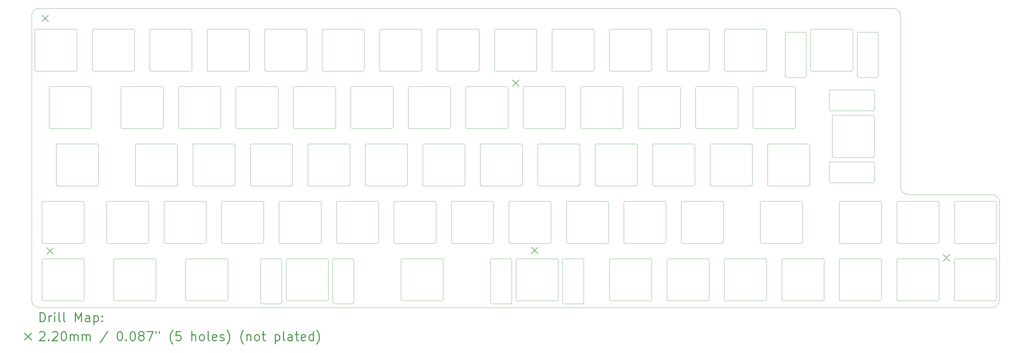
<source format=gbr>
%FSLAX45Y45*%
G04 Gerber Fmt 4.5, Leading zero omitted, Abs format (unit mm)*
G04 Created by KiCad (PCBNEW (5.1.9)-1) date 2021-05-27 03:06:25*
%MOMM*%
%LPD*%
G01*
G04 APERTURE LIST*
%TA.AperFunction,Profile*%
%ADD10C,0.100000*%
%TD*%
%ADD11C,0.200000*%
%ADD12C,0.300000*%
G04 APERTURE END LIST*
D10*
X35002500Y-9765000D02*
G75*
G02*
X35252500Y-10015000I0J-250000D01*
G01*
X35252500Y-15695000D02*
X35252500Y-10015000D01*
X35502500Y-15945000D02*
G75*
G02*
X35252500Y-15695000I0J250000D01*
G01*
X38280000Y-15945000D02*
X35502500Y-15945000D01*
X38280000Y-15945000D02*
G75*
G02*
X38530000Y-16195000I0J-250000D01*
G01*
X38431250Y-18120000D02*
X38431250Y-19420000D01*
X35126250Y-18120000D02*
G75*
G02*
X35176250Y-18070000I50000J0D01*
G01*
X36526250Y-19420000D02*
G75*
G02*
X36476250Y-19470000I-50000J0D01*
G01*
X35176250Y-18070000D02*
X36476250Y-18070000D01*
X33221250Y-18120000D02*
G75*
G02*
X33271250Y-18070000I50000J0D01*
G01*
X34621250Y-19420000D02*
G75*
G02*
X34571250Y-19470000I-50000J0D01*
G01*
X38381250Y-18070000D02*
G75*
G02*
X38431250Y-18120000I0J-50000D01*
G01*
X37031250Y-18120000D02*
G75*
G02*
X37081250Y-18070000I50000J0D01*
G01*
X34621250Y-18120000D02*
X34621250Y-19420000D01*
X35176250Y-19470000D02*
X36476250Y-19470000D01*
X38431250Y-19420000D02*
G75*
G02*
X38381250Y-19470000I-50000J0D01*
G01*
X36476250Y-18070000D02*
G75*
G02*
X36526250Y-18120000I0J-50000D01*
G01*
X36526250Y-18120000D02*
X36526250Y-19420000D01*
X35126250Y-18120000D02*
X35126250Y-19420000D01*
X37081250Y-18070000D02*
X38381250Y-18070000D01*
X37081250Y-19470000D02*
G75*
G02*
X37031250Y-19420000I0J50000D01*
G01*
X37031250Y-18120000D02*
X37031250Y-19420000D01*
X35176250Y-19470000D02*
G75*
G02*
X35126250Y-19420000I0J50000D01*
G01*
X34571250Y-18070000D02*
G75*
G02*
X34621250Y-18120000I0J-50000D01*
G01*
X37081250Y-19470000D02*
X38381250Y-19470000D01*
X33271250Y-19470000D02*
G75*
G02*
X33221250Y-19420000I0J50000D01*
G01*
X10520625Y-18070000D02*
G75*
G02*
X10570625Y-18120000I0J-50000D01*
G01*
X11551875Y-18120000D02*
G75*
G02*
X11601875Y-18070000I50000J0D01*
G01*
X9170625Y-18120000D02*
G75*
G02*
X9220625Y-18070000I50000J0D01*
G01*
X6789375Y-18120000D02*
X6789375Y-19420000D01*
X6839375Y-19470000D02*
X8139375Y-19470000D01*
X6789375Y-18120000D02*
G75*
G02*
X6839375Y-18070000I50000J0D01*
G01*
X10570625Y-19420000D02*
G75*
G02*
X10520625Y-19470000I-50000J0D01*
G01*
X11601875Y-19470000D02*
X12901875Y-19470000D01*
X37031250Y-16215000D02*
G75*
G02*
X37081250Y-16165000I50000J0D01*
G01*
X11601875Y-18070000D02*
X12901875Y-18070000D01*
X8139375Y-18070000D02*
G75*
G02*
X8189375Y-18120000I0J-50000D01*
G01*
X37081250Y-17565000D02*
G75*
G02*
X37031250Y-17515000I0J50000D01*
G01*
X12951875Y-18120000D02*
X12951875Y-19420000D01*
X11551875Y-18120000D02*
X11551875Y-19420000D01*
X9220625Y-19470000D02*
X10520625Y-19470000D01*
X9220625Y-19470000D02*
G75*
G02*
X9170625Y-19420000I0J50000D01*
G01*
X10570625Y-18120000D02*
X10570625Y-19420000D01*
X9220625Y-18070000D02*
X10520625Y-18070000D01*
X8189375Y-19420000D02*
G75*
G02*
X8139375Y-19470000I-50000J0D01*
G01*
X6839375Y-19470000D02*
G75*
G02*
X6789375Y-19420000I0J50000D01*
G01*
X6839375Y-18070000D02*
X8139375Y-18070000D01*
X8189375Y-18120000D02*
X8189375Y-19420000D01*
X38431250Y-16215000D02*
X38431250Y-17515000D01*
X11601875Y-19470000D02*
G75*
G02*
X11551875Y-19420000I0J50000D01*
G01*
X9170625Y-18120000D02*
X9170625Y-19420000D01*
X12901875Y-18070000D02*
G75*
G02*
X12951875Y-18120000I0J-50000D01*
G01*
X38431250Y-17515000D02*
G75*
G02*
X38381250Y-17565000I-50000J0D01*
G01*
X38381250Y-16165000D02*
G75*
G02*
X38431250Y-16215000I0J-50000D01*
G01*
X26077500Y-16215000D02*
G75*
G02*
X26127500Y-16165000I50000J0D01*
G01*
X29332500Y-16165000D02*
G75*
G02*
X29382500Y-16215000I0J-50000D01*
G01*
X27477500Y-16215000D02*
X27477500Y-17515000D01*
X33271250Y-17565000D02*
G75*
G02*
X33221250Y-17515000I0J50000D01*
G01*
X34571250Y-16165000D02*
G75*
G02*
X34621250Y-16215000I0J-50000D01*
G01*
X30601875Y-16215000D02*
G75*
G02*
X30651875Y-16165000I50000J0D01*
G01*
X28032500Y-17565000D02*
X29332500Y-17565000D01*
X28032500Y-16165000D02*
X29332500Y-16165000D01*
X34621250Y-16215000D02*
X34621250Y-17515000D01*
X21762500Y-16215000D02*
X21762500Y-17515000D01*
X33271250Y-17565000D02*
X34571250Y-17565000D01*
X23667500Y-16215000D02*
X23667500Y-17515000D01*
X32001875Y-16215000D02*
X32001875Y-17515000D01*
X27982500Y-16215000D02*
X27982500Y-17515000D01*
X27427500Y-16165000D02*
G75*
G02*
X27477500Y-16215000I0J-50000D01*
G01*
X21712500Y-16165000D02*
G75*
G02*
X21762500Y-16215000I0J-50000D01*
G01*
X29382500Y-17515000D02*
G75*
G02*
X29332500Y-17565000I-50000J0D01*
G01*
X24172500Y-16215000D02*
G75*
G02*
X24222500Y-16165000I50000J0D01*
G01*
X20362500Y-16215000D02*
G75*
G02*
X20412500Y-16165000I50000J0D01*
G01*
X25572500Y-16215000D02*
X25572500Y-17515000D01*
X22317500Y-17565000D02*
G75*
G02*
X22267500Y-17515000I0J50000D01*
G01*
X35176250Y-17565000D02*
X36476250Y-17565000D01*
X26127500Y-16165000D02*
X27427500Y-16165000D01*
X21762500Y-17515000D02*
G75*
G02*
X21712500Y-17565000I-50000J0D01*
G01*
X36526250Y-16215000D02*
X36526250Y-17515000D01*
X30601875Y-16215000D02*
X30601875Y-17515000D01*
X35126250Y-16215000D02*
X35126250Y-17515000D01*
X25522500Y-16165000D02*
G75*
G02*
X25572500Y-16215000I0J-50000D01*
G01*
X29382500Y-16215000D02*
X29382500Y-17515000D01*
X27477500Y-17515000D02*
G75*
G02*
X27427500Y-17565000I-50000J0D01*
G01*
X26077500Y-16215000D02*
X26077500Y-17515000D01*
X25572500Y-17515000D02*
G75*
G02*
X25522500Y-17565000I-50000J0D01*
G01*
X24172500Y-16215000D02*
X24172500Y-17515000D01*
X26127500Y-17565000D02*
X27427500Y-17565000D01*
X32001875Y-17515000D02*
G75*
G02*
X31951875Y-17565000I-50000J0D01*
G01*
X20412500Y-17565000D02*
G75*
G02*
X20362500Y-17515000I0J50000D01*
G01*
X24222500Y-17565000D02*
G75*
G02*
X24172500Y-17515000I0J50000D01*
G01*
X37031250Y-16215000D02*
X37031250Y-17515000D01*
X37081250Y-17565000D02*
X38381250Y-17565000D01*
X37081250Y-16165000D02*
X38381250Y-16165000D01*
X36526250Y-17515000D02*
G75*
G02*
X36476250Y-17565000I-50000J0D01*
G01*
X35176250Y-17565000D02*
G75*
G02*
X35126250Y-17515000I0J50000D01*
G01*
X30651875Y-17565000D02*
G75*
G02*
X30601875Y-17515000I0J50000D01*
G01*
X33221250Y-16215000D02*
X33221250Y-17515000D01*
X27982500Y-16215000D02*
G75*
G02*
X28032500Y-16165000I50000J0D01*
G01*
X36476250Y-16165000D02*
G75*
G02*
X36526250Y-16215000I0J-50000D01*
G01*
X24222500Y-17565000D02*
X25522500Y-17565000D01*
X26127500Y-17565000D02*
G75*
G02*
X26077500Y-17515000I0J50000D01*
G01*
X22267500Y-16215000D02*
X22267500Y-17515000D01*
X35126250Y-16215000D02*
G75*
G02*
X35176250Y-16165000I50000J0D01*
G01*
X24222500Y-16165000D02*
X25522500Y-16165000D01*
X28032500Y-17565000D02*
G75*
G02*
X27982500Y-17515000I0J50000D01*
G01*
X22317500Y-16165000D02*
X23617500Y-16165000D01*
X35176250Y-16165000D02*
X36476250Y-16165000D01*
X33271250Y-16165000D02*
X34571250Y-16165000D01*
X31951875Y-16165000D02*
G75*
G02*
X32001875Y-16215000I0J-50000D01*
G01*
X22267500Y-16215000D02*
G75*
G02*
X22317500Y-16165000I50000J0D01*
G01*
X30651875Y-16165000D02*
X31951875Y-16165000D01*
X22317500Y-17565000D02*
X23617500Y-17565000D01*
X23667500Y-17515000D02*
G75*
G02*
X23617500Y-17565000I-50000J0D01*
G01*
X34621250Y-17515000D02*
G75*
G02*
X34571250Y-17565000I-50000J0D01*
G01*
X33221250Y-16215000D02*
G75*
G02*
X33271250Y-16165000I50000J0D01*
G01*
X30651875Y-17565000D02*
X31951875Y-17565000D01*
X23617500Y-16165000D02*
G75*
G02*
X23667500Y-16215000I0J-50000D01*
G01*
X10808750Y-12405000D02*
X10808750Y-13705000D01*
X9408750Y-12405000D02*
X9408750Y-13705000D01*
X7027500Y-12405000D02*
X7027500Y-13705000D01*
X7077500Y-12355000D02*
X8377500Y-12355000D01*
X8427500Y-13705000D02*
G75*
G02*
X8377500Y-13755000I-50000J0D01*
G01*
X7077500Y-13755000D02*
G75*
G02*
X7027500Y-13705000I0J50000D01*
G01*
X8377500Y-12355000D02*
G75*
G02*
X8427500Y-12405000I0J-50000D01*
G01*
X7027500Y-12405000D02*
G75*
G02*
X7077500Y-12355000I50000J0D01*
G01*
X32124950Y-12000000D02*
G75*
G02*
X32074950Y-12050000I-50000J0D01*
G01*
X31474950Y-12050000D02*
X32074950Y-12050000D01*
X31474950Y-10550000D02*
X32074950Y-10550000D01*
X31424950Y-10600000D02*
G75*
G02*
X31474950Y-10550000I50000J0D01*
G01*
X9458750Y-12355000D02*
X10758750Y-12355000D01*
X8427500Y-12405000D02*
X8427500Y-13705000D01*
X31424950Y-10600000D02*
X31424950Y-12000000D01*
X32124950Y-10600000D02*
X32124950Y-12000000D01*
X9458750Y-13755000D02*
G75*
G02*
X9408750Y-13705000I0J50000D01*
G01*
X32074950Y-10550000D02*
G75*
G02*
X32124950Y-10600000I0J-50000D01*
G01*
X7077500Y-13755000D02*
X8377500Y-13755000D01*
X9458750Y-13755000D02*
X10758750Y-13755000D01*
X10758750Y-12355000D02*
G75*
G02*
X10808750Y-12405000I0J-50000D01*
G01*
X31474950Y-12050000D02*
G75*
G02*
X31424950Y-12000000I0J50000D01*
G01*
X9408750Y-12405000D02*
G75*
G02*
X9458750Y-12355000I50000J0D01*
G01*
X12266250Y-10500000D02*
X12266250Y-11800000D01*
X11761250Y-11800000D02*
G75*
G02*
X11711250Y-11850000I-50000J0D01*
G01*
X10411250Y-10450000D02*
X11711250Y-10450000D01*
X6601250Y-11850000D02*
G75*
G02*
X6551250Y-11800000I0J50000D01*
G01*
X11761250Y-10500000D02*
X11761250Y-11800000D01*
X13666250Y-10500000D02*
X13666250Y-11800000D01*
X10411250Y-11850000D02*
G75*
G02*
X10361250Y-11800000I0J50000D01*
G01*
X8456250Y-10500000D02*
X8456250Y-11800000D01*
X11711250Y-10450000D02*
G75*
G02*
X11761250Y-10500000I0J-50000D01*
G01*
X8456250Y-10500000D02*
G75*
G02*
X8506250Y-10450000I50000J0D01*
G01*
X8506250Y-11850000D02*
X9806250Y-11850000D01*
X7901250Y-10450000D02*
G75*
G02*
X7951250Y-10500000I0J-50000D01*
G01*
X7951250Y-11800000D02*
G75*
G02*
X7901250Y-11850000I-50000J0D01*
G01*
X12316250Y-11850000D02*
X13616250Y-11850000D01*
X12316250Y-10450000D02*
X13616250Y-10450000D01*
X9856250Y-11800000D02*
G75*
G02*
X9806250Y-11850000I-50000J0D01*
G01*
X10361250Y-10500000D02*
G75*
G02*
X10411250Y-10450000I50000J0D01*
G01*
X10411250Y-11850000D02*
X11711250Y-11850000D01*
X8506250Y-11850000D02*
G75*
G02*
X8456250Y-11800000I0J50000D01*
G01*
X8506250Y-10450000D02*
X9806250Y-10450000D01*
X10361250Y-10500000D02*
X10361250Y-11800000D01*
X9806250Y-10450000D02*
G75*
G02*
X9856250Y-10500000I0J-50000D01*
G01*
X9856250Y-10500000D02*
X9856250Y-11800000D01*
X16479425Y-19570000D02*
G75*
G02*
X16429425Y-19520000I0J50000D01*
G01*
X16429425Y-18120000D02*
G75*
G02*
X16479425Y-18070000I50000J0D01*
G01*
X16235625Y-18070000D02*
G75*
G02*
X16285625Y-18120000I0J-50000D01*
G01*
X16479425Y-18070000D02*
X17079425Y-18070000D01*
X14935625Y-19470000D02*
X16235625Y-19470000D01*
X14935625Y-18070000D02*
X16235625Y-18070000D01*
X17079425Y-18070000D02*
G75*
G02*
X17129425Y-18120000I0J-50000D01*
G01*
X14086825Y-18070000D02*
X14686825Y-18070000D01*
X14885625Y-18120000D02*
X14885625Y-19420000D01*
X17129425Y-19520000D02*
G75*
G02*
X17079425Y-19570000I-50000J0D01*
G01*
X14935625Y-19470000D02*
G75*
G02*
X14885625Y-19420000I0J50000D01*
G01*
X14885625Y-18120000D02*
G75*
G02*
X14935625Y-18070000I50000J0D01*
G01*
X16285625Y-18120000D02*
X16285625Y-19420000D01*
X16479425Y-19570000D02*
X17079425Y-19570000D01*
X18695625Y-18120000D02*
X18695625Y-19420000D01*
X18745625Y-18070000D02*
X20045625Y-18070000D01*
X18745625Y-19470000D02*
X20045625Y-19470000D01*
X14736825Y-19520000D02*
G75*
G02*
X14686825Y-19570000I-50000J0D01*
G01*
X14736825Y-18120000D02*
X14736825Y-19520000D01*
X14086825Y-19570000D02*
X14686825Y-19570000D01*
X17129425Y-18120000D02*
X17129425Y-19520000D01*
X14686825Y-18070000D02*
G75*
G02*
X14736825Y-18120000I0J-50000D01*
G01*
X16285625Y-19420000D02*
G75*
G02*
X16235625Y-19470000I-50000J0D01*
G01*
X14036825Y-18120000D02*
X14036825Y-19520000D01*
X14086825Y-19570000D02*
G75*
G02*
X14036825Y-19520000I0J50000D01*
G01*
X14036825Y-18120000D02*
G75*
G02*
X14086825Y-18070000I50000J0D01*
G01*
X16429425Y-18120000D02*
X16429425Y-19520000D01*
X12951875Y-19420000D02*
G75*
G02*
X12901875Y-19470000I-50000J0D01*
G01*
X32716250Y-18120000D02*
X32716250Y-19420000D01*
X31366250Y-18070000D02*
X32666250Y-18070000D01*
X24744425Y-19520000D02*
G75*
G02*
X24694425Y-19570000I-50000J0D01*
G01*
X22505625Y-18120000D02*
G75*
G02*
X22555625Y-18070000I50000J0D01*
G01*
X22356825Y-19520000D02*
G75*
G02*
X22306825Y-19570000I-50000J0D01*
G01*
X29411250Y-18120000D02*
G75*
G02*
X29461250Y-18070000I50000J0D01*
G01*
X21656825Y-18120000D02*
X21656825Y-19520000D01*
X24744425Y-18120000D02*
X24744425Y-19520000D01*
X30811250Y-18120000D02*
X30811250Y-19420000D01*
X27556250Y-18070000D02*
X28856250Y-18070000D01*
X29461250Y-19470000D02*
X30761250Y-19470000D01*
X29461250Y-18070000D02*
X30761250Y-18070000D01*
X28856250Y-18070000D02*
G75*
G02*
X28906250Y-18120000I0J-50000D01*
G01*
X28906250Y-18120000D02*
X28906250Y-19420000D01*
X26951250Y-18070000D02*
G75*
G02*
X27001250Y-18120000I0J-50000D01*
G01*
X25601250Y-18120000D02*
G75*
G02*
X25651250Y-18070000I50000J0D01*
G01*
X27001250Y-18120000D02*
X27001250Y-19420000D01*
X25651250Y-19470000D02*
X26951250Y-19470000D01*
X24094425Y-18070000D02*
X24694425Y-18070000D01*
X20045625Y-18070000D02*
G75*
G02*
X20095625Y-18120000I0J-50000D01*
G01*
X18695625Y-18120000D02*
G75*
G02*
X18745625Y-18070000I50000J0D01*
G01*
X25651250Y-18070000D02*
X26951250Y-18070000D01*
X22306825Y-18070000D02*
G75*
G02*
X22356825Y-18120000I0J-50000D01*
G01*
X21656825Y-18120000D02*
G75*
G02*
X21706825Y-18070000I50000J0D01*
G01*
X21706825Y-18070000D02*
X22306825Y-18070000D01*
X22356825Y-18120000D02*
X22356825Y-19520000D01*
X21706825Y-19570000D02*
X22306825Y-19570000D01*
X18745625Y-19470000D02*
G75*
G02*
X18695625Y-19420000I0J50000D01*
G01*
X24044425Y-18120000D02*
G75*
G02*
X24094425Y-18070000I50000J0D01*
G01*
X24094425Y-19570000D02*
G75*
G02*
X24044425Y-19520000I0J50000D01*
G01*
X25601250Y-18120000D02*
X25601250Y-19420000D01*
X22555625Y-18070000D02*
X23855625Y-18070000D01*
X20095625Y-18120000D02*
X20095625Y-19420000D01*
X21706825Y-19570000D02*
G75*
G02*
X21656825Y-19520000I0J50000D01*
G01*
X24094425Y-19570000D02*
X24694425Y-19570000D01*
X27001250Y-19420000D02*
G75*
G02*
X26951250Y-19470000I-50000J0D01*
G01*
X20095625Y-19420000D02*
G75*
G02*
X20045625Y-19470000I-50000J0D01*
G01*
X33221250Y-18120000D02*
X33221250Y-19420000D01*
X33271250Y-19470000D02*
X34571250Y-19470000D01*
X22505625Y-18120000D02*
X22505625Y-19420000D01*
X33271250Y-18070000D02*
X34571250Y-18070000D01*
X32716250Y-19420000D02*
G75*
G02*
X32666250Y-19470000I-50000J0D01*
G01*
X31366250Y-19470000D02*
G75*
G02*
X31316250Y-19420000I0J50000D01*
G01*
X24044425Y-18120000D02*
X24044425Y-19520000D01*
X32666250Y-18070000D02*
G75*
G02*
X32716250Y-18120000I0J-50000D01*
G01*
X31316250Y-18120000D02*
X31316250Y-19420000D01*
X30811250Y-19420000D02*
G75*
G02*
X30761250Y-19470000I-50000J0D01*
G01*
X23905625Y-18120000D02*
X23905625Y-19420000D01*
X29461250Y-19470000D02*
G75*
G02*
X29411250Y-19420000I0J50000D01*
G01*
X30761250Y-18070000D02*
G75*
G02*
X30811250Y-18120000I0J-50000D01*
G01*
X28906250Y-19420000D02*
G75*
G02*
X28856250Y-19470000I-50000J0D01*
G01*
X27506250Y-18120000D02*
X27506250Y-19420000D01*
X24694425Y-18070000D02*
G75*
G02*
X24744425Y-18120000I0J-50000D01*
G01*
X29411250Y-18120000D02*
X29411250Y-19420000D01*
X25651250Y-19470000D02*
G75*
G02*
X25601250Y-19420000I0J50000D01*
G01*
X23855625Y-18070000D02*
G75*
G02*
X23905625Y-18120000I0J-50000D01*
G01*
X22555625Y-19470000D02*
X23855625Y-19470000D01*
X31366250Y-19470000D02*
X32666250Y-19470000D01*
X22555625Y-19470000D02*
G75*
G02*
X22505625Y-19420000I0J50000D01*
G01*
X27556250Y-19470000D02*
X28856250Y-19470000D01*
X23905625Y-19420000D02*
G75*
G02*
X23855625Y-19470000I-50000J0D01*
G01*
X31316250Y-18120000D02*
G75*
G02*
X31366250Y-18070000I50000J0D01*
G01*
X27556250Y-19470000D02*
G75*
G02*
X27506250Y-19420000I0J50000D01*
G01*
X27506250Y-18120000D02*
G75*
G02*
X27556250Y-18070000I50000J0D01*
G01*
X20888750Y-12355000D02*
X22188750Y-12355000D01*
X20333750Y-13705000D02*
G75*
G02*
X20283750Y-13755000I-50000J0D01*
G01*
X15123750Y-12405000D02*
G75*
G02*
X15173750Y-12355000I50000J0D01*
G01*
X11363750Y-13755000D02*
G75*
G02*
X11313750Y-13705000I0J50000D01*
G01*
X18933750Y-12405000D02*
X18933750Y-13705000D01*
X18428750Y-12405000D02*
X18428750Y-13705000D01*
X18983750Y-13755000D02*
G75*
G02*
X18933750Y-13705000I0J50000D01*
G01*
X20283750Y-12355000D02*
G75*
G02*
X20333750Y-12405000I0J-50000D01*
G01*
X11313750Y-12405000D02*
G75*
G02*
X11363750Y-12355000I50000J0D01*
G01*
X18933750Y-12405000D02*
G75*
G02*
X18983750Y-12355000I50000J0D01*
G01*
X13268750Y-12355000D02*
X14568750Y-12355000D01*
X20333750Y-12405000D02*
X20333750Y-13705000D01*
X18983750Y-13755000D02*
X20283750Y-13755000D01*
X17078750Y-12355000D02*
X18378750Y-12355000D01*
X14568750Y-12355000D02*
G75*
G02*
X14618750Y-12405000I0J-50000D01*
G01*
X13218750Y-12405000D02*
G75*
G02*
X13268750Y-12355000I50000J0D01*
G01*
X11363750Y-12355000D02*
X12663750Y-12355000D01*
X18983750Y-12355000D02*
X20283750Y-12355000D01*
X17078750Y-13755000D02*
G75*
G02*
X17028750Y-13705000I0J50000D01*
G01*
X17028750Y-12405000D02*
G75*
G02*
X17078750Y-12355000I50000J0D01*
G01*
X13268750Y-13755000D02*
G75*
G02*
X13218750Y-13705000I0J50000D01*
G01*
X12713750Y-13705000D02*
G75*
G02*
X12663750Y-13755000I-50000J0D01*
G01*
X15173750Y-12355000D02*
X16473750Y-12355000D01*
X14618750Y-12405000D02*
X14618750Y-13705000D01*
X17078750Y-13755000D02*
X18378750Y-13755000D01*
X10808750Y-13705000D02*
G75*
G02*
X10758750Y-13755000I-50000J0D01*
G01*
X14618750Y-13705000D02*
G75*
G02*
X14568750Y-13755000I-50000J0D01*
G01*
X20838750Y-12405000D02*
G75*
G02*
X20888750Y-12355000I50000J0D01*
G01*
X15123750Y-12405000D02*
X15123750Y-13705000D01*
X22238750Y-12405000D02*
X22238750Y-13705000D01*
X18428750Y-13705000D02*
G75*
G02*
X18378750Y-13755000I-50000J0D01*
G01*
X17028750Y-12405000D02*
X17028750Y-13705000D01*
X16523750Y-12405000D02*
X16523750Y-13705000D01*
X13218750Y-12405000D02*
X13218750Y-13705000D01*
X12713750Y-12405000D02*
X12713750Y-13705000D01*
X18378750Y-12355000D02*
G75*
G02*
X18428750Y-12405000I0J-50000D01*
G01*
X16473750Y-12355000D02*
G75*
G02*
X16523750Y-12405000I0J-50000D01*
G01*
X11363750Y-13755000D02*
X12663750Y-13755000D01*
X13268750Y-13755000D02*
X14568750Y-13755000D01*
X15173750Y-13755000D02*
X16473750Y-13755000D01*
X12663750Y-12355000D02*
G75*
G02*
X12713750Y-12405000I0J-50000D01*
G01*
X15173750Y-13755000D02*
G75*
G02*
X15123750Y-13705000I0J50000D01*
G01*
X11313750Y-12405000D02*
X11313750Y-13705000D01*
X16523750Y-13705000D02*
G75*
G02*
X16473750Y-13755000I-50000J0D01*
G01*
X20838750Y-12405000D02*
X20838750Y-13705000D01*
X20888750Y-13755000D02*
X22188750Y-13755000D01*
X7951250Y-10500000D02*
X7951250Y-11800000D01*
X6601250Y-10450000D02*
X7901250Y-10450000D01*
X6551250Y-10500000D02*
G75*
G02*
X6601250Y-10450000I50000J0D01*
G01*
X6551250Y-10500000D02*
X6551250Y-11800000D01*
X6601250Y-11850000D02*
X7901250Y-11850000D01*
X34338125Y-15551300D02*
X32938125Y-15551300D01*
X9935000Y-15660000D02*
G75*
G02*
X9885000Y-15610000I0J50000D01*
G01*
X7265625Y-14310000D02*
X7265625Y-15610000D01*
X8665625Y-14310000D02*
X8665625Y-15610000D01*
X34333125Y-13307500D02*
G75*
G02*
X34383125Y-13357500I0J-50000D01*
G01*
X34333125Y-14707500D02*
X33033125Y-14707500D01*
X32888125Y-12513700D02*
G75*
G02*
X32938125Y-12463700I50000J0D01*
G01*
X13745000Y-14260000D02*
X15045000Y-14260000D01*
X13190000Y-15610000D02*
G75*
G02*
X13140000Y-15660000I-50000J0D01*
G01*
X11840000Y-15660000D02*
X13140000Y-15660000D01*
X32888125Y-12513700D02*
X32888125Y-13113700D01*
X9885000Y-14310000D02*
G75*
G02*
X9935000Y-14260000I50000J0D01*
G01*
X11840000Y-14260000D02*
X13140000Y-14260000D01*
X8615625Y-14260000D02*
G75*
G02*
X8665625Y-14310000I0J-50000D01*
G01*
X7265625Y-14310000D02*
G75*
G02*
X7315625Y-14260000I50000J0D01*
G01*
X34388125Y-13113700D02*
G75*
G02*
X34338125Y-13163700I-50000J0D01*
G01*
X32888125Y-14901300D02*
G75*
G02*
X32938125Y-14851300I50000J0D01*
G01*
X34388125Y-14901300D02*
X34388125Y-15501300D01*
X34388125Y-15501300D02*
G75*
G02*
X34338125Y-15551300I-50000J0D01*
G01*
X34338125Y-14851300D02*
G75*
G02*
X34388125Y-14901300I0J-50000D01*
G01*
X34383125Y-14657500D02*
G75*
G02*
X34333125Y-14707500I-50000J0D01*
G01*
X11285000Y-14310000D02*
X11285000Y-15610000D01*
X9885000Y-14310000D02*
X9885000Y-15610000D01*
X32983125Y-13357500D02*
G75*
G02*
X33033125Y-13307500I50000J0D01*
G01*
X8665625Y-15610000D02*
G75*
G02*
X8615625Y-15660000I-50000J0D01*
G01*
X33033125Y-14707500D02*
G75*
G02*
X32983125Y-14657500I0J50000D01*
G01*
X7315625Y-15660000D02*
G75*
G02*
X7265625Y-15610000I0J50000D01*
G01*
X11840000Y-15660000D02*
G75*
G02*
X11790000Y-15610000I0J50000D01*
G01*
X13140000Y-14260000D02*
G75*
G02*
X13190000Y-14310000I0J-50000D01*
G01*
X11285000Y-15610000D02*
G75*
G02*
X11235000Y-15660000I-50000J0D01*
G01*
X32938125Y-15551300D02*
G75*
G02*
X32888125Y-15501300I0J50000D01*
G01*
X13190000Y-14310000D02*
X13190000Y-15610000D01*
X11790000Y-14310000D02*
G75*
G02*
X11840000Y-14260000I50000J0D01*
G01*
X9935000Y-14260000D02*
X11235000Y-14260000D01*
X7315625Y-15660000D02*
X8615625Y-15660000D01*
X7315625Y-14260000D02*
X8615625Y-14260000D01*
X34338125Y-12463700D02*
X32938125Y-12463700D01*
X32888125Y-14901300D02*
X32888125Y-15501300D01*
X11790000Y-14310000D02*
X11790000Y-15610000D01*
X34388125Y-12513700D02*
X34388125Y-13113700D01*
X11235000Y-14260000D02*
G75*
G02*
X11285000Y-14310000I0J-50000D01*
G01*
X34338125Y-12463700D02*
G75*
G02*
X34388125Y-12513700I0J-50000D01*
G01*
X9935000Y-15660000D02*
X11235000Y-15660000D01*
X32938125Y-13163700D02*
G75*
G02*
X32888125Y-13113700I0J50000D01*
G01*
X34338125Y-13163700D02*
X32938125Y-13163700D01*
X34338125Y-14851300D02*
X32938125Y-14851300D01*
X30811250Y-10500000D02*
X30811250Y-11800000D01*
X32268750Y-10500000D02*
X32268750Y-11800000D01*
X32268750Y-10500000D02*
G75*
G02*
X32318750Y-10450000I50000J0D01*
G01*
X33668750Y-11800000D02*
G75*
G02*
X33618750Y-11850000I-50000J0D01*
G01*
X32318750Y-11850000D02*
G75*
G02*
X32268750Y-11800000I0J50000D01*
G01*
X30811250Y-11800000D02*
G75*
G02*
X30761250Y-11850000I-50000J0D01*
G01*
X29411250Y-10500000D02*
G75*
G02*
X29461250Y-10450000I50000J0D01*
G01*
X29411250Y-10500000D02*
X29411250Y-11800000D01*
X29461250Y-11850000D02*
X30761250Y-11850000D01*
X34512550Y-12000000D02*
G75*
G02*
X34462550Y-12050000I-50000J0D01*
G01*
X32318750Y-10450000D02*
X33618750Y-10450000D01*
X33862550Y-10550000D02*
X34462550Y-10550000D01*
X33862550Y-12050000D02*
G75*
G02*
X33812550Y-12000000I0J50000D01*
G01*
X34462550Y-10550000D02*
G75*
G02*
X34512550Y-10600000I0J-50000D01*
G01*
X33812550Y-10600000D02*
G75*
G02*
X33862550Y-10550000I50000J0D01*
G01*
X33668750Y-10500000D02*
X33668750Y-11800000D01*
X29461250Y-11850000D02*
G75*
G02*
X29411250Y-11800000I0J50000D01*
G01*
X33618750Y-10450000D02*
G75*
G02*
X33668750Y-10500000I0J-50000D01*
G01*
X34512550Y-10600000D02*
X34512550Y-12000000D01*
X32318750Y-11850000D02*
X33618750Y-11850000D01*
X30761250Y-10450000D02*
G75*
G02*
X30811250Y-10500000I0J-50000D01*
G01*
X33812550Y-10600000D02*
X33812550Y-12000000D01*
X33862550Y-12050000D02*
X34462550Y-12050000D01*
X28906250Y-11800000D02*
G75*
G02*
X28856250Y-11850000I-50000J0D01*
G01*
X28856250Y-10450000D02*
G75*
G02*
X28906250Y-10500000I0J-50000D01*
G01*
X27506250Y-10500000D02*
X27506250Y-11800000D01*
X25651250Y-11850000D02*
G75*
G02*
X25601250Y-11800000I0J50000D01*
G01*
X26951250Y-10450000D02*
G75*
G02*
X27001250Y-10500000I0J-50000D01*
G01*
X23746250Y-11850000D02*
G75*
G02*
X23696250Y-11800000I0J50000D01*
G01*
X23696250Y-10500000D02*
X23696250Y-11800000D01*
X27556250Y-11850000D02*
G75*
G02*
X27506250Y-11800000I0J50000D01*
G01*
X27506250Y-10500000D02*
G75*
G02*
X27556250Y-10450000I50000J0D01*
G01*
X28906250Y-10500000D02*
X28906250Y-11800000D01*
X25096250Y-11800000D02*
G75*
G02*
X25046250Y-11850000I-50000J0D01*
G01*
X25096250Y-10500000D02*
X25096250Y-11800000D01*
X27556250Y-11850000D02*
X28856250Y-11850000D01*
X25651250Y-11850000D02*
X26951250Y-11850000D01*
X27556250Y-10450000D02*
X28856250Y-10450000D01*
X25601250Y-10500000D02*
G75*
G02*
X25651250Y-10450000I50000J0D01*
G01*
X27001250Y-10500000D02*
X27001250Y-11800000D01*
X25046250Y-10450000D02*
G75*
G02*
X25096250Y-10500000I0J-50000D01*
G01*
X23696250Y-10500000D02*
G75*
G02*
X23746250Y-10450000I50000J0D01*
G01*
X25651250Y-10450000D02*
X26951250Y-10450000D01*
X25601250Y-10500000D02*
X25601250Y-11800000D01*
X27001250Y-11800000D02*
G75*
G02*
X26951250Y-11850000I-50000J0D01*
G01*
X29461250Y-10450000D02*
X30761250Y-10450000D01*
X19331250Y-10450000D02*
G75*
G02*
X19381250Y-10500000I0J-50000D01*
G01*
X19886250Y-10500000D02*
X19886250Y-11800000D01*
X21841250Y-11850000D02*
G75*
G02*
X21791250Y-11800000I0J50000D01*
G01*
X23746250Y-11850000D02*
X25046250Y-11850000D01*
X19381250Y-11800000D02*
G75*
G02*
X19331250Y-11850000I-50000J0D01*
G01*
X21841250Y-10450000D02*
X23141250Y-10450000D01*
X23746250Y-10450000D02*
X25046250Y-10450000D01*
X23191250Y-11800000D02*
G75*
G02*
X23141250Y-11850000I-50000J0D01*
G01*
X21791250Y-10500000D02*
G75*
G02*
X21841250Y-10450000I50000J0D01*
G01*
X19936250Y-11850000D02*
X21236250Y-11850000D01*
X21286250Y-11800000D02*
G75*
G02*
X21236250Y-11850000I-50000J0D01*
G01*
X17981250Y-10500000D02*
G75*
G02*
X18031250Y-10450000I50000J0D01*
G01*
X19381250Y-10500000D02*
X19381250Y-11800000D01*
X23141250Y-10450000D02*
G75*
G02*
X23191250Y-10500000I0J-50000D01*
G01*
X23191250Y-10500000D02*
X23191250Y-11800000D01*
X21791250Y-10500000D02*
X21791250Y-11800000D01*
X19936250Y-10450000D02*
X21236250Y-10450000D01*
X21841250Y-11850000D02*
X23141250Y-11850000D01*
X19936250Y-11850000D02*
G75*
G02*
X19886250Y-11800000I0J50000D01*
G01*
X21236250Y-10450000D02*
G75*
G02*
X21286250Y-10500000I0J-50000D01*
G01*
X19886250Y-10500000D02*
G75*
G02*
X19936250Y-10450000I50000J0D01*
G01*
X21286250Y-10500000D02*
X21286250Y-11800000D01*
X18031250Y-11850000D02*
G75*
G02*
X17981250Y-11800000I0J50000D01*
G01*
X14221250Y-11850000D02*
X15521250Y-11850000D01*
X17981250Y-10500000D02*
X17981250Y-11800000D01*
X17426250Y-10450000D02*
G75*
G02*
X17476250Y-10500000I0J-50000D01*
G01*
X16076250Y-10500000D02*
G75*
G02*
X16126250Y-10450000I50000J0D01*
G01*
X14171250Y-10500000D02*
G75*
G02*
X14221250Y-10450000I50000J0D01*
G01*
X13666250Y-11800000D02*
G75*
G02*
X13616250Y-11850000I-50000J0D01*
G01*
X18031250Y-11850000D02*
X19331250Y-11850000D01*
X18031250Y-10450000D02*
X19331250Y-10450000D01*
X16126250Y-11850000D02*
G75*
G02*
X16076250Y-11800000I0J50000D01*
G01*
X12266250Y-10500000D02*
G75*
G02*
X12316250Y-10450000I50000J0D01*
G01*
X15571250Y-10500000D02*
X15571250Y-11800000D01*
X17476250Y-11800000D02*
G75*
G02*
X17426250Y-11850000I-50000J0D01*
G01*
X17476250Y-10500000D02*
X17476250Y-11800000D01*
X16076250Y-10500000D02*
X16076250Y-11800000D01*
X15571250Y-11800000D02*
G75*
G02*
X15521250Y-11850000I-50000J0D01*
G01*
X13616250Y-10450000D02*
G75*
G02*
X13666250Y-10500000I0J-50000D01*
G01*
X14221250Y-11850000D02*
G75*
G02*
X14171250Y-11800000I0J50000D01*
G01*
X16126250Y-11850000D02*
X17426250Y-11850000D01*
X14221250Y-10450000D02*
X15521250Y-10450000D01*
X16126250Y-10450000D02*
X17426250Y-10450000D01*
X12316250Y-11850000D02*
G75*
G02*
X12266250Y-11800000I0J50000D01*
G01*
X14171250Y-10500000D02*
X14171250Y-11800000D01*
X15521250Y-10450000D02*
G75*
G02*
X15571250Y-10500000I0J-50000D01*
G01*
X20412500Y-17565000D02*
X21712500Y-17565000D01*
X18507500Y-17565000D02*
G75*
G02*
X18457500Y-17515000I0J50000D01*
G01*
X14647500Y-16215000D02*
G75*
G02*
X14697500Y-16165000I50000J0D01*
G01*
X18507500Y-17565000D02*
X19807500Y-17565000D01*
X17952500Y-17515000D02*
G75*
G02*
X17902500Y-17565000I-50000J0D01*
G01*
X16047500Y-16215000D02*
X16047500Y-17515000D01*
X19807500Y-16165000D02*
G75*
G02*
X19857500Y-16215000I0J-50000D01*
G01*
X18457500Y-16215000D02*
G75*
G02*
X18507500Y-16165000I50000J0D01*
G01*
X14697500Y-17565000D02*
G75*
G02*
X14647500Y-17515000I0J50000D01*
G01*
X19857500Y-16215000D02*
X19857500Y-17515000D01*
X16602500Y-17565000D02*
G75*
G02*
X16552500Y-17515000I0J50000D01*
G01*
X16602500Y-16165000D02*
X17902500Y-16165000D01*
X16047500Y-17515000D02*
G75*
G02*
X15997500Y-17565000I-50000J0D01*
G01*
X19857500Y-17515000D02*
G75*
G02*
X19807500Y-17565000I-50000J0D01*
G01*
X17952500Y-16215000D02*
X17952500Y-17515000D01*
X18457500Y-16215000D02*
X18457500Y-17515000D01*
X14697500Y-16165000D02*
X15997500Y-16165000D01*
X16602500Y-17565000D02*
X17902500Y-17565000D01*
X16552500Y-16215000D02*
G75*
G02*
X16602500Y-16165000I50000J0D01*
G01*
X16552500Y-16215000D02*
X16552500Y-17515000D01*
X14142500Y-17515000D02*
G75*
G02*
X14092500Y-17565000I-50000J0D01*
G01*
X18507500Y-16165000D02*
X19807500Y-16165000D01*
X14647500Y-16215000D02*
X14647500Y-17515000D01*
X15997500Y-16165000D02*
G75*
G02*
X16047500Y-16215000I0J-50000D01*
G01*
X20412500Y-16165000D02*
X21712500Y-16165000D01*
X17902500Y-16165000D02*
G75*
G02*
X17952500Y-16215000I0J-50000D01*
G01*
X14697500Y-17565000D02*
X15997500Y-17565000D01*
X20362500Y-16215000D02*
X20362500Y-17515000D01*
X12237500Y-16215000D02*
X12237500Y-17515000D01*
X26525000Y-14310000D02*
X26525000Y-15610000D01*
X30335000Y-14310000D02*
X30335000Y-15610000D01*
X26525000Y-15610000D02*
G75*
G02*
X26475000Y-15660000I-50000J0D01*
G01*
X10887500Y-16165000D02*
X12187500Y-16165000D01*
X25175000Y-14260000D02*
X26475000Y-14260000D01*
X10332500Y-16215000D02*
X10332500Y-17515000D01*
X8982500Y-16165000D02*
X10282500Y-16165000D01*
X6789375Y-16215000D02*
G75*
G02*
X6839375Y-16165000I50000J0D01*
G01*
X28985000Y-15660000D02*
X30285000Y-15660000D01*
X27030000Y-14310000D02*
G75*
G02*
X27080000Y-14260000I50000J0D01*
G01*
X28985000Y-15660000D02*
G75*
G02*
X28935000Y-15610000I0J50000D01*
G01*
X30840000Y-14310000D02*
G75*
G02*
X30890000Y-14260000I50000J0D01*
G01*
X28935000Y-14310000D02*
X28935000Y-15610000D01*
X8189375Y-16215000D02*
X8189375Y-17515000D01*
X30890000Y-14260000D02*
X32190000Y-14260000D01*
X30285000Y-14260000D02*
G75*
G02*
X30335000Y-14310000I0J-50000D01*
G01*
X27080000Y-14260000D02*
X28380000Y-14260000D01*
X24620000Y-15610000D02*
G75*
G02*
X24570000Y-15660000I-50000J0D01*
G01*
X28935000Y-14310000D02*
G75*
G02*
X28985000Y-14260000I50000J0D01*
G01*
X28430000Y-15610000D02*
G75*
G02*
X28380000Y-15660000I-50000J0D01*
G01*
X27080000Y-15660000D02*
G75*
G02*
X27030000Y-15610000I0J50000D01*
G01*
X25175000Y-15660000D02*
G75*
G02*
X25125000Y-15610000I0J50000D01*
G01*
X30335000Y-15610000D02*
G75*
G02*
X30285000Y-15660000I-50000J0D01*
G01*
X12187500Y-16165000D02*
G75*
G02*
X12237500Y-16215000I0J-50000D01*
G01*
X10282500Y-16165000D02*
G75*
G02*
X10332500Y-16215000I0J-50000D01*
G01*
X8932500Y-16215000D02*
G75*
G02*
X8982500Y-16165000I50000J0D01*
G01*
X28430000Y-14310000D02*
X28430000Y-15610000D01*
X8932500Y-16215000D02*
X8932500Y-17515000D01*
X8982500Y-17565000D02*
X10282500Y-17565000D01*
X32190000Y-14260000D02*
G75*
G02*
X32240000Y-14310000I0J-50000D01*
G01*
X30890000Y-15660000D02*
X32190000Y-15660000D01*
X12792500Y-17565000D02*
G75*
G02*
X12742500Y-17515000I0J50000D01*
G01*
X10332500Y-17515000D02*
G75*
G02*
X10282500Y-17565000I-50000J0D01*
G01*
X28985000Y-14260000D02*
X30285000Y-14260000D01*
X32240000Y-15610000D02*
G75*
G02*
X32190000Y-15660000I-50000J0D01*
G01*
X27030000Y-14310000D02*
X27030000Y-15610000D01*
X14092500Y-16165000D02*
G75*
G02*
X14142500Y-16215000I0J-50000D01*
G01*
X6839375Y-17565000D02*
G75*
G02*
X6789375Y-17515000I0J50000D01*
G01*
X25125000Y-14310000D02*
G75*
G02*
X25175000Y-14260000I50000J0D01*
G01*
X26475000Y-14260000D02*
G75*
G02*
X26525000Y-14310000I0J-50000D01*
G01*
X25175000Y-15660000D02*
X26475000Y-15660000D01*
X12742500Y-16215000D02*
G75*
G02*
X12792500Y-16165000I50000J0D01*
G01*
X14142500Y-16215000D02*
X14142500Y-17515000D01*
X8189375Y-17515000D02*
G75*
G02*
X8139375Y-17565000I-50000J0D01*
G01*
X6839375Y-17565000D02*
X8139375Y-17565000D01*
X12237500Y-17515000D02*
G75*
G02*
X12187500Y-17565000I-50000J0D01*
G01*
X10837500Y-16215000D02*
X10837500Y-17515000D01*
X6789375Y-16215000D02*
X6789375Y-17515000D01*
X32240000Y-14310000D02*
X32240000Y-15610000D01*
X27080000Y-15660000D02*
X28380000Y-15660000D01*
X30840000Y-14310000D02*
X30840000Y-15610000D01*
X12742500Y-16215000D02*
X12742500Y-17515000D01*
X30890000Y-15660000D02*
G75*
G02*
X30840000Y-15610000I0J50000D01*
G01*
X8982500Y-17565000D02*
G75*
G02*
X8932500Y-17515000I0J50000D01*
G01*
X25125000Y-14310000D02*
X25125000Y-15610000D01*
X6839375Y-16165000D02*
X8139375Y-16165000D01*
X12792500Y-17565000D02*
X14092500Y-17565000D01*
X12792500Y-16165000D02*
X14092500Y-16165000D01*
X10887500Y-17565000D02*
X12187500Y-17565000D01*
X8139375Y-16165000D02*
G75*
G02*
X8189375Y-16215000I0J-50000D01*
G01*
X28380000Y-14260000D02*
G75*
G02*
X28430000Y-14310000I0J-50000D01*
G01*
X10887500Y-17565000D02*
G75*
G02*
X10837500Y-17515000I0J50000D01*
G01*
X10837500Y-16215000D02*
G75*
G02*
X10887500Y-16165000I50000J0D01*
G01*
X22188750Y-12355000D02*
G75*
G02*
X22238750Y-12405000I0J-50000D01*
G01*
X26603750Y-13755000D02*
G75*
G02*
X26553750Y-13705000I0J50000D01*
G01*
X24698750Y-13755000D02*
X25998750Y-13755000D01*
X24698750Y-12355000D02*
X25998750Y-12355000D01*
X24143750Y-13705000D02*
G75*
G02*
X24093750Y-13755000I-50000J0D01*
G01*
X22793750Y-13755000D02*
X24093750Y-13755000D01*
X27903750Y-12355000D02*
G75*
G02*
X27953750Y-12405000I0J-50000D01*
G01*
X22743750Y-12405000D02*
G75*
G02*
X22793750Y-12355000I50000J0D01*
G01*
X22793750Y-13755000D02*
G75*
G02*
X22743750Y-13705000I0J50000D01*
G01*
X28458750Y-12405000D02*
X28458750Y-13705000D01*
X28508750Y-12355000D02*
X29808750Y-12355000D01*
X26553750Y-12405000D02*
X26553750Y-13705000D01*
X25998750Y-12355000D02*
G75*
G02*
X26048750Y-12405000I0J-50000D01*
G01*
X26048750Y-13705000D02*
G75*
G02*
X25998750Y-13755000I-50000J0D01*
G01*
X24143750Y-12405000D02*
X24143750Y-13705000D01*
X24648750Y-12405000D02*
X24648750Y-13705000D01*
X28508750Y-13755000D02*
X29808750Y-13755000D01*
X34333125Y-13307500D02*
X33033125Y-13307500D01*
X32983125Y-13357500D02*
X32983125Y-14657500D01*
X34383125Y-13357500D02*
X34383125Y-14657500D01*
X26048750Y-12405000D02*
X26048750Y-13705000D01*
X31763750Y-13705000D02*
G75*
G02*
X31713750Y-13755000I-50000J0D01*
G01*
X24093750Y-12355000D02*
G75*
G02*
X24143750Y-12405000I0J-50000D01*
G01*
X27953750Y-13705000D02*
G75*
G02*
X27903750Y-13755000I-50000J0D01*
G01*
X30413750Y-13755000D02*
G75*
G02*
X30363750Y-13705000I0J50000D01*
G01*
X30363750Y-12405000D02*
X30363750Y-13705000D01*
X31713750Y-12355000D02*
G75*
G02*
X31763750Y-12405000I0J-50000D01*
G01*
X30363750Y-12405000D02*
G75*
G02*
X30413750Y-12355000I50000J0D01*
G01*
X29808750Y-12355000D02*
G75*
G02*
X29858750Y-12405000I0J-50000D01*
G01*
X22238750Y-13705000D02*
G75*
G02*
X22188750Y-13755000I-50000J0D01*
G01*
X22793750Y-12355000D02*
X24093750Y-12355000D01*
X31763750Y-12405000D02*
X31763750Y-13705000D01*
X30413750Y-13755000D02*
X31713750Y-13755000D01*
X26603750Y-13755000D02*
X27903750Y-13755000D01*
X30413750Y-12355000D02*
X31713750Y-12355000D01*
X22743750Y-12405000D02*
X22743750Y-13705000D01*
X29858750Y-13705000D02*
G75*
G02*
X29808750Y-13755000I-50000J0D01*
G01*
X28508750Y-13755000D02*
G75*
G02*
X28458750Y-13705000I0J50000D01*
G01*
X28458750Y-12405000D02*
G75*
G02*
X28508750Y-12355000I50000J0D01*
G01*
X27953750Y-12405000D02*
X27953750Y-13705000D01*
X29858750Y-12405000D02*
X29858750Y-13705000D01*
X26553750Y-12405000D02*
G75*
G02*
X26603750Y-12355000I50000J0D01*
G01*
X26603750Y-12355000D02*
X27903750Y-12355000D01*
X20888750Y-13755000D02*
G75*
G02*
X20838750Y-13705000I0J50000D01*
G01*
X24648750Y-12405000D02*
G75*
G02*
X24698750Y-12355000I50000J0D01*
G01*
X24698750Y-13755000D02*
G75*
G02*
X24648750Y-13705000I0J50000D01*
G01*
X15045000Y-14260000D02*
G75*
G02*
X15095000Y-14310000I0J-50000D01*
G01*
X13745000Y-15660000D02*
X15045000Y-15660000D01*
X24570000Y-14260000D02*
G75*
G02*
X24620000Y-14310000I0J-50000D01*
G01*
X23270000Y-15660000D02*
X24570000Y-15660000D01*
X23270000Y-14260000D02*
X24570000Y-14260000D01*
X15650000Y-14260000D02*
X16950000Y-14260000D01*
X21365000Y-14260000D02*
X22665000Y-14260000D01*
X17505000Y-14310000D02*
X17505000Y-15610000D01*
X16950000Y-14260000D02*
G75*
G02*
X17000000Y-14310000I0J-50000D01*
G01*
X15095000Y-15610000D02*
G75*
G02*
X15045000Y-15660000I-50000J0D01*
G01*
X17000000Y-15610000D02*
G75*
G02*
X16950000Y-15660000I-50000J0D01*
G01*
X19460000Y-15660000D02*
G75*
G02*
X19410000Y-15610000I0J50000D01*
G01*
X20760000Y-14260000D02*
G75*
G02*
X20810000Y-14310000I0J-50000D01*
G01*
X19410000Y-14310000D02*
G75*
G02*
X19460000Y-14260000I50000J0D01*
G01*
X17555000Y-15660000D02*
X18855000Y-15660000D01*
X15095000Y-14310000D02*
X15095000Y-15610000D01*
X17555000Y-15660000D02*
G75*
G02*
X17505000Y-15610000I0J50000D01*
G01*
X18855000Y-14260000D02*
G75*
G02*
X18905000Y-14310000I0J-50000D01*
G01*
X13745000Y-15660000D02*
G75*
G02*
X13695000Y-15610000I0J50000D01*
G01*
X23270000Y-15660000D02*
G75*
G02*
X23220000Y-15610000I0J50000D01*
G01*
X19460000Y-15660000D02*
X20760000Y-15660000D01*
X21315000Y-14310000D02*
X21315000Y-15610000D01*
X23220000Y-14310000D02*
X23220000Y-15610000D01*
X23220000Y-14310000D02*
G75*
G02*
X23270000Y-14260000I50000J0D01*
G01*
X21365000Y-15660000D02*
G75*
G02*
X21315000Y-15610000I0J50000D01*
G01*
X22715000Y-14310000D02*
X22715000Y-15610000D01*
X17000000Y-14310000D02*
X17000000Y-15610000D01*
X17505000Y-14310000D02*
G75*
G02*
X17555000Y-14260000I50000J0D01*
G01*
X22665000Y-14260000D02*
G75*
G02*
X22715000Y-14310000I0J-50000D01*
G01*
X19410000Y-14310000D02*
X19410000Y-15610000D01*
X15600000Y-14310000D02*
X15600000Y-15610000D01*
X15650000Y-15660000D02*
G75*
G02*
X15600000Y-15610000I0J50000D01*
G01*
X18905000Y-15610000D02*
G75*
G02*
X18855000Y-15660000I-50000J0D01*
G01*
X21365000Y-15660000D02*
X22665000Y-15660000D01*
X22715000Y-15610000D02*
G75*
G02*
X22665000Y-15660000I-50000J0D01*
G01*
X19460000Y-14260000D02*
X20760000Y-14260000D01*
X24620000Y-14310000D02*
X24620000Y-15610000D01*
X13695000Y-14310000D02*
X13695000Y-15610000D01*
X21315000Y-14310000D02*
G75*
G02*
X21365000Y-14260000I50000J0D01*
G01*
X15650000Y-15660000D02*
X16950000Y-15660000D01*
X20810000Y-14310000D02*
X20810000Y-15610000D01*
X15600000Y-14310000D02*
G75*
G02*
X15650000Y-14260000I50000J0D01*
G01*
X13695000Y-14310000D02*
G75*
G02*
X13745000Y-14260000I50000J0D01*
G01*
X20810000Y-15610000D02*
G75*
G02*
X20760000Y-15660000I-50000J0D01*
G01*
X18905000Y-14310000D02*
X18905000Y-15610000D01*
X17555000Y-14260000D02*
X18855000Y-14260000D01*
X6700000Y-19695000D02*
G75*
G02*
X6450000Y-19445000I0J250000D01*
G01*
X38530000Y-19445000D02*
G75*
G02*
X38280000Y-19695000I-250000J0D01*
G01*
X6450000Y-10015000D02*
G75*
G02*
X6700000Y-9765000I250000J0D01*
G01*
X6450000Y-19445000D02*
X6450000Y-10015000D01*
X6700000Y-19695000D02*
X38280000Y-19695000D01*
X38530000Y-19445000D02*
X38530000Y-16195000D01*
X35002500Y-9765000D02*
X6700000Y-9765000D01*
D11*
X6790000Y-9990000D02*
X7010000Y-10210000D01*
X7010000Y-9990000D02*
X6790000Y-10210000D01*
X6950000Y-17710000D02*
X7170000Y-17930000D01*
X7170000Y-17710000D02*
X6950000Y-17930000D01*
X22390000Y-12140000D02*
X22610000Y-12360000D01*
X22610000Y-12140000D02*
X22390000Y-12360000D01*
X23015000Y-17690000D02*
X23235000Y-17910000D01*
X23235000Y-17690000D02*
X23015000Y-17910000D01*
X36665000Y-17940000D02*
X36885000Y-18160000D01*
X36885000Y-17940000D02*
X36665000Y-18160000D01*
D12*
X6731428Y-20165714D02*
X6731428Y-19865714D01*
X6802857Y-19865714D01*
X6845714Y-19880000D01*
X6874286Y-19908572D01*
X6888571Y-19937143D01*
X6902857Y-19994286D01*
X6902857Y-20037143D01*
X6888571Y-20094286D01*
X6874286Y-20122857D01*
X6845714Y-20151429D01*
X6802857Y-20165714D01*
X6731428Y-20165714D01*
X7031428Y-20165714D02*
X7031428Y-19965714D01*
X7031428Y-20022857D02*
X7045714Y-19994286D01*
X7060000Y-19980000D01*
X7088571Y-19965714D01*
X7117143Y-19965714D01*
X7217143Y-20165714D02*
X7217143Y-19965714D01*
X7217143Y-19865714D02*
X7202857Y-19880000D01*
X7217143Y-19894286D01*
X7231428Y-19880000D01*
X7217143Y-19865714D01*
X7217143Y-19894286D01*
X7402857Y-20165714D02*
X7374286Y-20151429D01*
X7360000Y-20122857D01*
X7360000Y-19865714D01*
X7560000Y-20165714D02*
X7531428Y-20151429D01*
X7517143Y-20122857D01*
X7517143Y-19865714D01*
X7902857Y-20165714D02*
X7902857Y-19865714D01*
X8002857Y-20080000D01*
X8102857Y-19865714D01*
X8102857Y-20165714D01*
X8374286Y-20165714D02*
X8374286Y-20008572D01*
X8360000Y-19980000D01*
X8331428Y-19965714D01*
X8274286Y-19965714D01*
X8245714Y-19980000D01*
X8374286Y-20151429D02*
X8345714Y-20165714D01*
X8274286Y-20165714D01*
X8245714Y-20151429D01*
X8231428Y-20122857D01*
X8231428Y-20094286D01*
X8245714Y-20065714D01*
X8274286Y-20051429D01*
X8345714Y-20051429D01*
X8374286Y-20037143D01*
X8517143Y-19965714D02*
X8517143Y-20265714D01*
X8517143Y-19980000D02*
X8545714Y-19965714D01*
X8602857Y-19965714D01*
X8631428Y-19980000D01*
X8645714Y-19994286D01*
X8660000Y-20022857D01*
X8660000Y-20108572D01*
X8645714Y-20137143D01*
X8631428Y-20151429D01*
X8602857Y-20165714D01*
X8545714Y-20165714D01*
X8517143Y-20151429D01*
X8788571Y-20137143D02*
X8802857Y-20151429D01*
X8788571Y-20165714D01*
X8774286Y-20151429D01*
X8788571Y-20137143D01*
X8788571Y-20165714D01*
X8788571Y-19980000D02*
X8802857Y-19994286D01*
X8788571Y-20008572D01*
X8774286Y-19994286D01*
X8788571Y-19980000D01*
X8788571Y-20008572D01*
X6225000Y-20550000D02*
X6445000Y-20770000D01*
X6445000Y-20550000D02*
X6225000Y-20770000D01*
X6717143Y-20524286D02*
X6731428Y-20510000D01*
X6760000Y-20495714D01*
X6831428Y-20495714D01*
X6860000Y-20510000D01*
X6874286Y-20524286D01*
X6888571Y-20552857D01*
X6888571Y-20581429D01*
X6874286Y-20624286D01*
X6702857Y-20795714D01*
X6888571Y-20795714D01*
X7017143Y-20767143D02*
X7031428Y-20781429D01*
X7017143Y-20795714D01*
X7002857Y-20781429D01*
X7017143Y-20767143D01*
X7017143Y-20795714D01*
X7145714Y-20524286D02*
X7160000Y-20510000D01*
X7188571Y-20495714D01*
X7260000Y-20495714D01*
X7288571Y-20510000D01*
X7302857Y-20524286D01*
X7317143Y-20552857D01*
X7317143Y-20581429D01*
X7302857Y-20624286D01*
X7131428Y-20795714D01*
X7317143Y-20795714D01*
X7502857Y-20495714D02*
X7531428Y-20495714D01*
X7560000Y-20510000D01*
X7574286Y-20524286D01*
X7588571Y-20552857D01*
X7602857Y-20610000D01*
X7602857Y-20681429D01*
X7588571Y-20738572D01*
X7574286Y-20767143D01*
X7560000Y-20781429D01*
X7531428Y-20795714D01*
X7502857Y-20795714D01*
X7474286Y-20781429D01*
X7460000Y-20767143D01*
X7445714Y-20738572D01*
X7431428Y-20681429D01*
X7431428Y-20610000D01*
X7445714Y-20552857D01*
X7460000Y-20524286D01*
X7474286Y-20510000D01*
X7502857Y-20495714D01*
X7731428Y-20795714D02*
X7731428Y-20595714D01*
X7731428Y-20624286D02*
X7745714Y-20610000D01*
X7774286Y-20595714D01*
X7817143Y-20595714D01*
X7845714Y-20610000D01*
X7860000Y-20638572D01*
X7860000Y-20795714D01*
X7860000Y-20638572D02*
X7874286Y-20610000D01*
X7902857Y-20595714D01*
X7945714Y-20595714D01*
X7974286Y-20610000D01*
X7988571Y-20638572D01*
X7988571Y-20795714D01*
X8131428Y-20795714D02*
X8131428Y-20595714D01*
X8131428Y-20624286D02*
X8145714Y-20610000D01*
X8174286Y-20595714D01*
X8217143Y-20595714D01*
X8245714Y-20610000D01*
X8260000Y-20638572D01*
X8260000Y-20795714D01*
X8260000Y-20638572D02*
X8274286Y-20610000D01*
X8302857Y-20595714D01*
X8345714Y-20595714D01*
X8374286Y-20610000D01*
X8388571Y-20638572D01*
X8388571Y-20795714D01*
X8974286Y-20481429D02*
X8717143Y-20867143D01*
X9360000Y-20495714D02*
X9388571Y-20495714D01*
X9417143Y-20510000D01*
X9431428Y-20524286D01*
X9445714Y-20552857D01*
X9460000Y-20610000D01*
X9460000Y-20681429D01*
X9445714Y-20738572D01*
X9431428Y-20767143D01*
X9417143Y-20781429D01*
X9388571Y-20795714D01*
X9360000Y-20795714D01*
X9331428Y-20781429D01*
X9317143Y-20767143D01*
X9302857Y-20738572D01*
X9288571Y-20681429D01*
X9288571Y-20610000D01*
X9302857Y-20552857D01*
X9317143Y-20524286D01*
X9331428Y-20510000D01*
X9360000Y-20495714D01*
X9588571Y-20767143D02*
X9602857Y-20781429D01*
X9588571Y-20795714D01*
X9574286Y-20781429D01*
X9588571Y-20767143D01*
X9588571Y-20795714D01*
X9788571Y-20495714D02*
X9817143Y-20495714D01*
X9845714Y-20510000D01*
X9860000Y-20524286D01*
X9874286Y-20552857D01*
X9888571Y-20610000D01*
X9888571Y-20681429D01*
X9874286Y-20738572D01*
X9860000Y-20767143D01*
X9845714Y-20781429D01*
X9817143Y-20795714D01*
X9788571Y-20795714D01*
X9760000Y-20781429D01*
X9745714Y-20767143D01*
X9731428Y-20738572D01*
X9717143Y-20681429D01*
X9717143Y-20610000D01*
X9731428Y-20552857D01*
X9745714Y-20524286D01*
X9760000Y-20510000D01*
X9788571Y-20495714D01*
X10060000Y-20624286D02*
X10031428Y-20610000D01*
X10017143Y-20595714D01*
X10002857Y-20567143D01*
X10002857Y-20552857D01*
X10017143Y-20524286D01*
X10031428Y-20510000D01*
X10060000Y-20495714D01*
X10117143Y-20495714D01*
X10145714Y-20510000D01*
X10160000Y-20524286D01*
X10174286Y-20552857D01*
X10174286Y-20567143D01*
X10160000Y-20595714D01*
X10145714Y-20610000D01*
X10117143Y-20624286D01*
X10060000Y-20624286D01*
X10031428Y-20638572D01*
X10017143Y-20652857D01*
X10002857Y-20681429D01*
X10002857Y-20738572D01*
X10017143Y-20767143D01*
X10031428Y-20781429D01*
X10060000Y-20795714D01*
X10117143Y-20795714D01*
X10145714Y-20781429D01*
X10160000Y-20767143D01*
X10174286Y-20738572D01*
X10174286Y-20681429D01*
X10160000Y-20652857D01*
X10145714Y-20638572D01*
X10117143Y-20624286D01*
X10274286Y-20495714D02*
X10474286Y-20495714D01*
X10345714Y-20795714D01*
X10574286Y-20495714D02*
X10574286Y-20552857D01*
X10688571Y-20495714D02*
X10688571Y-20552857D01*
X11131428Y-20910000D02*
X11117143Y-20895714D01*
X11088571Y-20852857D01*
X11074286Y-20824286D01*
X11060000Y-20781429D01*
X11045714Y-20710000D01*
X11045714Y-20652857D01*
X11060000Y-20581429D01*
X11074286Y-20538572D01*
X11088571Y-20510000D01*
X11117143Y-20467143D01*
X11131428Y-20452857D01*
X11388571Y-20495714D02*
X11245714Y-20495714D01*
X11231428Y-20638572D01*
X11245714Y-20624286D01*
X11274286Y-20610000D01*
X11345714Y-20610000D01*
X11374286Y-20624286D01*
X11388571Y-20638572D01*
X11402857Y-20667143D01*
X11402857Y-20738572D01*
X11388571Y-20767143D01*
X11374286Y-20781429D01*
X11345714Y-20795714D01*
X11274286Y-20795714D01*
X11245714Y-20781429D01*
X11231428Y-20767143D01*
X11760000Y-20795714D02*
X11760000Y-20495714D01*
X11888571Y-20795714D02*
X11888571Y-20638572D01*
X11874286Y-20610000D01*
X11845714Y-20595714D01*
X11802857Y-20595714D01*
X11774286Y-20610000D01*
X11760000Y-20624286D01*
X12074286Y-20795714D02*
X12045714Y-20781429D01*
X12031428Y-20767143D01*
X12017143Y-20738572D01*
X12017143Y-20652857D01*
X12031428Y-20624286D01*
X12045714Y-20610000D01*
X12074286Y-20595714D01*
X12117143Y-20595714D01*
X12145714Y-20610000D01*
X12160000Y-20624286D01*
X12174286Y-20652857D01*
X12174286Y-20738572D01*
X12160000Y-20767143D01*
X12145714Y-20781429D01*
X12117143Y-20795714D01*
X12074286Y-20795714D01*
X12345714Y-20795714D02*
X12317143Y-20781429D01*
X12302857Y-20752857D01*
X12302857Y-20495714D01*
X12574286Y-20781429D02*
X12545714Y-20795714D01*
X12488571Y-20795714D01*
X12460000Y-20781429D01*
X12445714Y-20752857D01*
X12445714Y-20638572D01*
X12460000Y-20610000D01*
X12488571Y-20595714D01*
X12545714Y-20595714D01*
X12574286Y-20610000D01*
X12588571Y-20638572D01*
X12588571Y-20667143D01*
X12445714Y-20695714D01*
X12702857Y-20781429D02*
X12731428Y-20795714D01*
X12788571Y-20795714D01*
X12817143Y-20781429D01*
X12831428Y-20752857D01*
X12831428Y-20738572D01*
X12817143Y-20710000D01*
X12788571Y-20695714D01*
X12745714Y-20695714D01*
X12717143Y-20681429D01*
X12702857Y-20652857D01*
X12702857Y-20638572D01*
X12717143Y-20610000D01*
X12745714Y-20595714D01*
X12788571Y-20595714D01*
X12817143Y-20610000D01*
X12931428Y-20910000D02*
X12945714Y-20895714D01*
X12974286Y-20852857D01*
X12988571Y-20824286D01*
X13002857Y-20781429D01*
X13017143Y-20710000D01*
X13017143Y-20652857D01*
X13002857Y-20581429D01*
X12988571Y-20538572D01*
X12974286Y-20510000D01*
X12945714Y-20467143D01*
X12931428Y-20452857D01*
X13474286Y-20910000D02*
X13460000Y-20895714D01*
X13431428Y-20852857D01*
X13417143Y-20824286D01*
X13402857Y-20781429D01*
X13388571Y-20710000D01*
X13388571Y-20652857D01*
X13402857Y-20581429D01*
X13417143Y-20538572D01*
X13431428Y-20510000D01*
X13460000Y-20467143D01*
X13474286Y-20452857D01*
X13588571Y-20595714D02*
X13588571Y-20795714D01*
X13588571Y-20624286D02*
X13602857Y-20610000D01*
X13631428Y-20595714D01*
X13674286Y-20595714D01*
X13702857Y-20610000D01*
X13717143Y-20638572D01*
X13717143Y-20795714D01*
X13902857Y-20795714D02*
X13874286Y-20781429D01*
X13860000Y-20767143D01*
X13845714Y-20738572D01*
X13845714Y-20652857D01*
X13860000Y-20624286D01*
X13874286Y-20610000D01*
X13902857Y-20595714D01*
X13945714Y-20595714D01*
X13974286Y-20610000D01*
X13988571Y-20624286D01*
X14002857Y-20652857D01*
X14002857Y-20738572D01*
X13988571Y-20767143D01*
X13974286Y-20781429D01*
X13945714Y-20795714D01*
X13902857Y-20795714D01*
X14088571Y-20595714D02*
X14202857Y-20595714D01*
X14131428Y-20495714D02*
X14131428Y-20752857D01*
X14145714Y-20781429D01*
X14174286Y-20795714D01*
X14202857Y-20795714D01*
X14531428Y-20595714D02*
X14531428Y-20895714D01*
X14531428Y-20610000D02*
X14560000Y-20595714D01*
X14617143Y-20595714D01*
X14645714Y-20610000D01*
X14660000Y-20624286D01*
X14674286Y-20652857D01*
X14674286Y-20738572D01*
X14660000Y-20767143D01*
X14645714Y-20781429D01*
X14617143Y-20795714D01*
X14560000Y-20795714D01*
X14531428Y-20781429D01*
X14845714Y-20795714D02*
X14817143Y-20781429D01*
X14802857Y-20752857D01*
X14802857Y-20495714D01*
X15088571Y-20795714D02*
X15088571Y-20638572D01*
X15074286Y-20610000D01*
X15045714Y-20595714D01*
X14988571Y-20595714D01*
X14960000Y-20610000D01*
X15088571Y-20781429D02*
X15060000Y-20795714D01*
X14988571Y-20795714D01*
X14960000Y-20781429D01*
X14945714Y-20752857D01*
X14945714Y-20724286D01*
X14960000Y-20695714D01*
X14988571Y-20681429D01*
X15060000Y-20681429D01*
X15088571Y-20667143D01*
X15188571Y-20595714D02*
X15302857Y-20595714D01*
X15231428Y-20495714D02*
X15231428Y-20752857D01*
X15245714Y-20781429D01*
X15274286Y-20795714D01*
X15302857Y-20795714D01*
X15517143Y-20781429D02*
X15488571Y-20795714D01*
X15431428Y-20795714D01*
X15402857Y-20781429D01*
X15388571Y-20752857D01*
X15388571Y-20638572D01*
X15402857Y-20610000D01*
X15431428Y-20595714D01*
X15488571Y-20595714D01*
X15517143Y-20610000D01*
X15531428Y-20638572D01*
X15531428Y-20667143D01*
X15388571Y-20695714D01*
X15788571Y-20795714D02*
X15788571Y-20495714D01*
X15788571Y-20781429D02*
X15760000Y-20795714D01*
X15702857Y-20795714D01*
X15674286Y-20781429D01*
X15660000Y-20767143D01*
X15645714Y-20738572D01*
X15645714Y-20652857D01*
X15660000Y-20624286D01*
X15674286Y-20610000D01*
X15702857Y-20595714D01*
X15760000Y-20595714D01*
X15788571Y-20610000D01*
X15902857Y-20910000D02*
X15917143Y-20895714D01*
X15945714Y-20852857D01*
X15960000Y-20824286D01*
X15974286Y-20781429D01*
X15988571Y-20710000D01*
X15988571Y-20652857D01*
X15974286Y-20581429D01*
X15960000Y-20538572D01*
X15945714Y-20510000D01*
X15917143Y-20467143D01*
X15902857Y-20452857D01*
M02*

</source>
